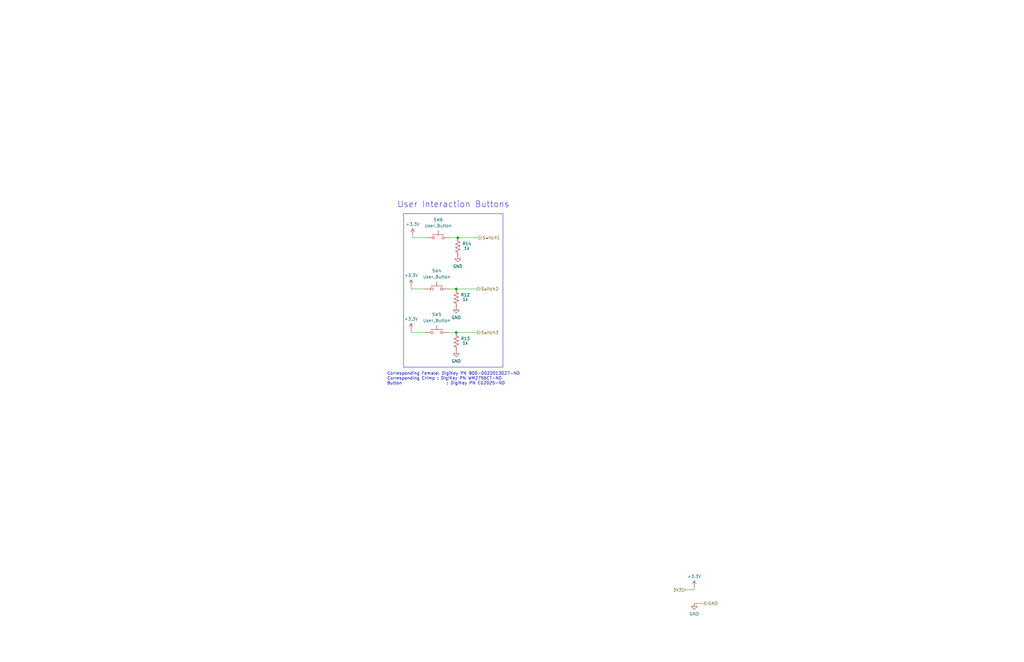
<source format=kicad_sch>
(kicad_sch (version 20250114) (generator "eeschema") (generator_version "9.0")
  (paper "B")
  (title_block (title "MCU Controller") (rev "0.3") (company "satomm@stanford.edu") (comment 1 "Department of Civil and Environmental Engineering") (comment 2 "Engineering Informatics Group") (comment 3 "Stanford University") (comment 4 "Matthew Sato"))
  (lib_symbols
    (symbol "Device:R_US" (pin_numbers (hide yes)) (pin_names (offset 0))
      (property "Reference" "R" (at 2.54 0 90))
      (property "Value" "R_US" (at -2.54 0 90))
      (symbol "R_US_0_1"
        (polyline (pts (xy 0 2.286) (xy 0 2.54)))
        (polyline (pts (xy 0 2.286) (xy 1.016 1.905) (xy 0 1.524) (xy -1.016 1.143) (xy 0 0.762)))
        (polyline (pts (xy 0 0.762) (xy 1.016 0.381) (xy 0 0) (xy -1.016 -0.381) (xy 0 -0.762)))
        (polyline (pts (xy 0 -0.762) (xy 1.016 -1.143) (xy 0 -1.524) (xy -1.016 -1.905) (xy 0 -2.286)))
        (polyline (pts (xy 0 -2.286) (xy 0 -2.54)))
      )
      (symbol "R_US_1_1"
        (pin passive line (at 0 3.81 270) (length 1.27) (name "~") (number "1"))
        (pin passive line (at 0 -3.81 90) (length 1.27) (name "~") (number "2"))
      )
    )
    (symbol "Switch:SW_Push" (pin_numbers (hide yes)) (pin_names (offset 1.016) (hide yes))
      (property "Reference" "SW" (at 1.27 2.54 0))
      (property "Value" "SW_Push" (at 0 -1.524 0))
      (symbol "SW_Push_0_1"
        (circle (center -2.032 0) (radius 0.508))
        (polyline (pts (xy 0 1.27) (xy 0 3.048)))
        (circle (center 2.032 0) (radius 0.508))
        (polyline (pts (xy 2.54 1.27) (xy -2.54 1.27)))
        (pin passive line (at -5.08 0 0) (length 2.54) (name "1") (number "1"))
        (pin passive line (at 5.08 0 180) (length 2.54) (name "2") (number "2"))
      )
    )
    (symbol "power:+3.3V" (power) (pin_names (offset 0))
      (property "Value" "+3.3V" (at 0 3.556 0))
      (symbol "+3.3V_0_1"
        (polyline (pts (xy -0.762 1.27) (xy 0 2.54)))
        (polyline (pts (xy 0 2.54) (xy 0.762 1.27)))
        (polyline (pts (xy 0 0) (xy 0 2.54)))
      )
      (symbol "+3.3V_1_1"
        (pin power_in line (at 0 0 90) (length 0) (hide yes) (name "+3.3V") (number "1"))
      )
    )
    (symbol "power:GND" (power) (pin_names (offset 0))
      (property "Value" "GND" (at 0 -3.81 0))
      (symbol "GND_0_1"
        (polyline (pts (xy 0 0) (xy 0 -1.27) (xy 1.27 -1.27) (xy 0 -2.54) (xy -1.27 -1.27) (xy 0 -1.27)))
      )
      (symbol "GND_1_1"
        (pin power_in line (at 0 0 270) (length 0) (hide yes) (name "GND") (number "1"))
      )
    )
  )
  (rectangle (start 170.18 90.17) (end 212.09 154.94))
  (text "Corresponding Female: DigiKey PN 900-0022013027-ND\nCorresponding Crimp : DigiKey PN WM2756CT-ND\nButton          	: DigiKey PN EG2025-ND" (at 163.195 162.56 0) (effects (font (size 1.27 1.27)) (justify left bottom)))
  (text "User Interaction Buttons" (at 191.135 86.36 0) (effects (font (size 2.54 2.54))))
  (junction (at 192.405 140.335))
  (junction (at 192.405 121.92))
  (junction (at 193.04 100.33))
  (wire (pts (xy 173.355 121.92) (xy 179.07 121.92)))
  (wire (pts (xy 173.355 139.065) (xy 173.355 140.335)))
  (wire (pts (xy 173.99 100.33) (xy 179.705 100.33)))
  (wire (pts (xy 173.355 120.65) (xy 173.355 121.92)))
  (wire (pts (xy 189.865 100.33) (xy 193.04 100.33)))
  (wire (pts (xy 292.735 254.635) (xy 297.18 254.635)))
  (wire (pts (xy 288.925 248.92) (xy 292.735 248.92)))
  (wire (pts (xy 193.04 100.33) (xy 201.93 100.33)))
  (wire (pts (xy 192.405 140.335) (xy 201.295 140.335)))
  (wire (pts (xy 189.23 121.92) (xy 192.405 121.92)))
  (wire (pts (xy 173.355 140.335) (xy 179.07 140.335)))
  (wire (pts (xy 192.405 121.92) (xy 201.295 121.92)))
  (wire (pts (xy 173.99 99.06) (xy 173.99 100.33)))
  (wire (pts (xy 292.735 248.92) (xy 292.735 247.65)))
  (wire (pts (xy 189.23 140.335) (xy 192.405 140.335)))
  (hierarchical_label "Switch1" (shape output) (at 201.93 100.33 0))
  (hierarchical_label "GND" (shape output) (at 297.18 254.635 0))
  (hierarchical_label "Switch2" (shape output) (at 201.295 121.92 0))
  (hierarchical_label "3V3" (shape input) (at 288.925 248.92 180))
  (hierarchical_label "Switch3" (shape output) (at 201.295 140.335 0))
  (symbol (lib_id "power:+3.3V") (at 292.735 247.65 0) (unit 1)
    (property "Reference" "#PWR095" (effects (hide yes)))
    (property "Value" "+3.3V" (at 292.735 243.205 0))
  )
  (symbol (lib_id "Device:R_US") (at 192.405 144.145 0) (unit 1) (in_bom no)
    (property "Reference" "R13" (at 196.215 142.875 0))
    (property "Value" "1k" (at 196.215 144.78 0))
    (property "Footprint" "Resistor_SMD:R_0805_2012Metric_Pad1.20x1.40mm_HandSolder" (effects (hide yes)))
    (property "Datasheet" "https://www.seielect.com/catalog/sei-rmcf_rmcp.pdf" (effects (hide yes)))
    (property "Description" "RES 1K OHM 1% 1/8W 0805" (effects (hide yes)))
    (property "Mfr" "Stackpole Electronics Inc" (effects (hide yes)))
    (property "Mfr P/N" "RMCF0805FT1K00" (effects (hide yes)))
    (property "Supplier 1" "DigiKey" (effects (hide yes)))
    (property "Supplier 1 P/N" "RMCF0805FT1K00CT-ND" (effects (hide yes)))
  )
  (symbol (lib_id "power:+3.3V") (at 173.355 120.65 0) (unit 1)
    (property "Reference" "#PWR089" (effects (hide yes)))
    (property "Value" "+3.3V" (at 173.355 116.205 0))
  )
  (symbol (lib_id "Switch:SW_Push") (at 184.15 121.92 0) (unit 1) (in_bom no)
    (property "Reference" "SW4" (at 184.15 114.3 0))
    (property "Value" "User_Button" (at 184.15 116.84 0))
    (property "Footprint" "RobotLibrary:CONN_22232021_MOL" (effects (hide yes)))
    (property "Datasheet" "https://www.molex.com/webdocs/datasheets/pdf/en-us//0022232021_PCB_HEADERS.pdf" (effects (hide yes)))
    (property "Description" "CONN HEADER VERT 2POS 2.54MM" (effects (hide yes)))
    (property "Mfr" "Molex" (effects (hide yes)))
    (property "Mfr P/N" "0022232021" (effects (hide yes)))
    (property "Supplier 1" "DigiKey" (effects (hide yes)))
    (property "Supplier 1 P/N" "900-0022232021-ND" (effects (hide yes)))
  )
  (symbol (lib_id "power:GND") (at 292.735 254.635 0) (unit 1)
    (property "Reference" "#PWR096" (effects (hide yes)))
    (property "Value" "GND" (at 292.735 259.08 0))
  )
  (symbol (lib_id "power:GND") (at 192.405 129.54 0) (unit 1)
    (property "Reference" "#PWR092" (effects (hide yes)))
    (property "Value" "GND" (at 192.405 133.985 0))
  )
  (symbol (lib_id "Switch:SW_Push") (at 184.785 100.33 0) (unit 1)
    (property "Reference" "SW6" (at 184.785 92.71 0))
    (property "Value" "User_Button" (at 184.785 95.25 0))
    (property "Footprint" "RobotLibrary:CONN_22232021_MOL" (effects (hide yes)))
    (property "Datasheet" "https://www.molex.com/webdocs/datasheets/pdf/en-us//0022232021_PCB_HEADERS.pdf" (effects (hide yes)))
    (property "Description" "CONN HEADER VERT 2POS 2.54MM" (effects (hide yes)))
    (property "Mfr" "Molex" (effects (hide yes)))
    (property "Mfr P/N" "0022232021" (effects (hide yes)))
    (property "Supplier 1" "DigiKey" (effects (hide yes)))
    (property "Supplier 1 P/N" "900-0022232021-ND" (effects (hide yes)))
  )
  (symbol (lib_id "power:+3.3V") (at 173.99 99.06 0) (unit 1)
    (property "Reference" "#PWR091" (effects (hide yes)))
    (property "Value" "+3.3V" (at 173.99 94.615 0))
  )
  (symbol (lib_id "power:GND") (at 192.405 147.955 0) (unit 1)
    (property "Reference" "#PWR093" (effects (hide yes)))
    (property "Value" "GND" (at 192.405 152.4 0))
  )
  (symbol (lib_id "Switch:SW_Push") (at 184.15 140.335 0) (unit 1) (in_bom no)
    (property "Reference" "SW5" (at 184.15 132.715 0))
    (property "Value" "User_Button" (at 184.15 135.255 0))
    (property "Footprint" "RobotLibrary:CONN_22232021_MOL" (effects (hide yes)))
    (property "Datasheet" "https://www.molex.com/webdocs/datasheets/pdf/en-us//0022232021_PCB_HEADERS.pdf" (effects (hide yes)))
    (property "Description" "CONN HEADER VERT 2POS 2.54MM" (effects (hide yes)))
    (property "Mfr" "Molex" (effects (hide yes)))
    (property "Mfr P/N" "0022232021" (effects (hide yes)))
    (property "Supplier 1" "DigiKey" (effects (hide yes)))
    (property "Supplier 1 P/N" "900-0022232021-ND" (effects (hide yes)))
  )
  (symbol (lib_id "Device:R_US") (at 192.405 125.73 0) (unit 1) (in_bom no)
    (property "Reference" "R12" (at 196.215 124.46 0))
    (property "Value" "1k" (at 196.215 126.365 0))
    (property "Footprint" "Resistor_SMD:R_0805_2012Metric_Pad1.20x1.40mm_HandSolder" (effects (hide yes)))
    (property "Datasheet" "https://www.seielect.com/catalog/sei-rmcf_rmcp.pdf" (effects (hide yes)))
    (property "Description" "RES 1K OHM 1% 1/8W 0805" (effects (hide yes)))
    (property "Mfr" "Stackpole Electronics Inc" (effects (hide yes)))
    (property "Mfr P/N" "RMCF0805FT1K00" (effects (hide yes)))
    (property "Supplier 1" "DigiKey" (effects (hide yes)))
    (property "Supplier 1 P/N" "RMCF0805FT1K00CT-ND" (effects (hide yes)))
  )
  (symbol (lib_id "power:+3.3V") (at 173.355 139.065 0) (unit 1)
    (property "Reference" "#PWR090" (effects (hide yes)))
    (property "Value" "+3.3V" (at 173.355 134.62 0))
  )
  (symbol (lib_id "power:GND") (at 193.04 107.95 0) (unit 1)
    (property "Reference" "#PWR094" (effects (hide yes)))
    (property "Value" "GND" (at 193.04 112.395 0))
  )
  (symbol (lib_id "Device:R_US") (at 193.04 104.14 0) (unit 1)
    (property "Reference" "R14" (at 196.85 102.87 0))
    (property "Value" "1k" (at 196.85 104.775 0))
    (property "Footprint" "Resistor_SMD:R_0805_2012Metric_Pad1.20x1.40mm_HandSolder" (effects (hide yes)))
    (property "Datasheet" "https://www.seielect.com/catalog/sei-rmcf_rmcp.pdf" (effects (hide yes)))
    (property "Description" "RES 1K OHM 1% 1/8W 0805" (effects (hide yes)))
    (property "Mfr" "Stackpole Electronics Inc" (effects (hide yes)))
    (property "Mfr P/N" "RMCF0805FT1K00" (effects (hide yes)))
    (property "Supplier 1" "DigiKey" (effects (hide yes)))
    (property "Supplier 1 P/N" "RMCF0805FT1K00CT-ND" (effects (hide yes)))
  )
)
</source>
